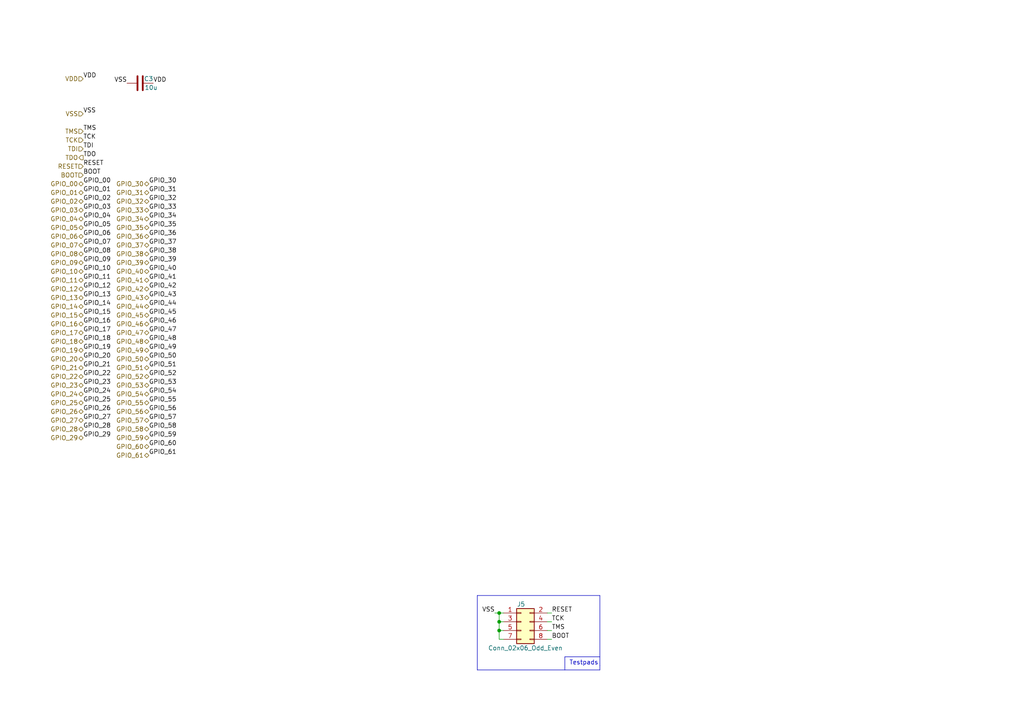
<source format=kicad_sch>
(kicad_sch (version 20230121) (generator eeschema)
  (paper "A4")
  (lib_symbols
    (symbol "Connector_Generic:Conn_02x04_Odd_Even" (pin_names (offset 1.016) hide)
      (property "Reference" "J" (at 1.27 5.08 0))
      (property "Value" "Conn_02x04_Odd_Even" (at 1.27 -7.62 0))
      (symbol "Conn_02x04_Odd_Even_1_1"
        (rectangle (start -1.27 -4.953) (end 0 -5.207) (stroke (width 0.1524)))
        (rectangle (start -1.27 -2.413) (end 0 -2.667) (stroke (width 0.1524)))
        (rectangle (start -1.27 0.127) (end 0 -0.127) (stroke (width 0.1524)))
        (rectangle (start -1.27 2.667) (end 0 2.413) (stroke (width 0.1524)))
        (rectangle (start -1.27 3.81) (end 3.81 -6.35) (stroke (width 0.254)) (fill (type background)))
        (rectangle (start 3.81 -4.953) (end 2.54 -5.207) (stroke (width 0.1524)))
        (rectangle (start 3.81 -2.413) (end 2.54 -2.667) (stroke (width 0.1524)))
        (rectangle (start 3.81 0.127) (end 2.54 -0.127) (stroke (width 0.1524)))
        (rectangle (start 3.81 2.667) (end 2.54 2.413) (stroke (width 0.1524)))
        (pin passive line (at -5.08 2.54 0) (length 3.81) (name "Pin_1") (number "1"))
        (pin passive line (at 7.62 2.54 180) (length 3.81) (name "Pin_2") (number "2"))
        (pin passive line (at -5.08 0 0) (length 3.81) (name "Pin_3") (number "3"))
        (pin passive line (at 7.62 0 180) (length 3.81) (name "Pin_4") (number "4"))
        (pin passive line (at -5.08 -2.54 0) (length 3.81) (name "Pin_5") (number "5"))
        (pin passive line (at 7.62 -2.54 180) (length 3.81) (name "Pin_6") (number "6"))
        (pin passive line (at -5.08 -5.08 0) (length 3.81) (name "Pin_7") (number "7"))
        (pin passive line (at 7.62 -5.08 180) (length 3.81) (name "Pin_8") (number "8"))
      )
    )
    (symbol "Device:C" (pin_numbers hide) (pin_names (offset 0.254))
      (property "Reference" "C" (at 0.635 2.54 0))
      (property "Value" "C" (at 0.635 -2.54 0))
      (symbol "C_0_1"
        (polyline (pts (xy -2.032 -0.762) (xy 2.032 -0.762)) (stroke (width 0.508)))
        (polyline (pts (xy -2.032 0.762) (xy 2.032 0.762)) (stroke (width 0.508)))
      )
      (symbol "C_1_1"
        (pin passive line (at 0 3.81 270) (length 2.794) (name "~") (number "1"))
        (pin passive line (at 0 -3.81 90) (length 2.794) (name "~") (number "2"))
      )
    )
  )
  (junction (at 144.78 177.8))
  (junction (at 144.78 180.34))
  (junction (at 144.78 182.88))
  (wire (pts (xy 144.78 177.8) (xy 144.78 180.34)))
  (wire (pts (xy 158.75 182.88) (xy 160.02 182.88)))
  (polyline (pts (xy 138.43 194.31) (xy 173.99 194.31)))
  (wire (pts (xy 144.78 177.8) (xy 146.05 177.8)))
  (wire (pts (xy 144.78 182.88) (xy 144.78 185.42)))
  (wire (pts (xy 158.75 180.34) (xy 160.02 180.34)))
  (wire (pts (xy 144.78 180.34) (xy 144.78 182.88)))
  (wire (pts (xy 158.75 177.8) (xy 160.02 177.8)))
  (polyline (pts (xy 173.99 193.04) (xy 173.99 172.72)))
  (polyline (pts (xy 173.99 193.04) (xy 173.99 194.31)))
  (wire (pts (xy 143.51 177.8) (xy 144.78 177.8)))
  (wire (pts (xy 144.78 182.88) (xy 146.05 182.88)))
  (wire (pts (xy 158.75 185.42) (xy 160.02 185.42)))
  (polyline (pts (xy 138.43 172.72) (xy 138.43 194.31)))
  (polyline (pts (xy 173.99 172.72) (xy 138.43 172.72)))
  (polyline (pts (xy 163.83 190.5) (xy 163.83 194.31)))
  (polyline (pts (xy 173.99 190.5) (xy 163.83 190.5)))
  (wire (pts (xy 144.78 180.34) (xy 146.05 180.34)))
  (wire (pts (xy 144.78 185.42) (xy 146.05 185.42)))
  (text "Testpads" (at 165.1 193.04 0) (effects (font (size 1.27 1.27)) (justify left bottom)))
  (label "GPIO_18" (at 24.13 99.06 0))
  (label "GPIO_44" (at 43.18 88.9 0))
  (label "GPIO_19" (at 24.13 101.6 0))
  (label "GPIO_49" (at 43.18 101.6 0))
  (label "VSS" (at 24.13 33.02 0))
  (label "GPIO_13" (at 24.13 86.36 0))
  (label "GPIO_35" (at 43.18 66.04 0))
  (label "VSS" (at 36.83 24.13 180))
  (label "RESET" (at 160.02 177.8 0))
  (label "BOOT" (at 160.02 185.42 0))
  (label "GPIO_48" (at 43.18 99.06 0))
  (label "GPIO_11" (at 24.13 81.28 0))
  (label "VSS" (at 143.51 177.8 180))
  (label "GPIO_56" (at 43.18 119.38 0))
  (label "GPIO_61" (at 43.18 132.08 0))
  (label "TCK" (at 24.13 40.64 0))
  (label "GPIO_42" (at 43.18 83.82 0))
  (label "GPIO_50" (at 43.18 104.14 0))
  (label "GPIO_37" (at 43.18 71.12 0))
  (label "GPIO_32" (at 43.18 58.42 0))
  (label "GPIO_25" (at 24.13 116.84 0))
  (label "GPIO_08" (at 24.13 73.66 0))
  (label "GPIO_34" (at 43.18 63.5 0))
  (label "GPIO_10" (at 24.13 78.74 0))
  (label "VDD" (at 44.45 24.13 0))
  (label "GPIO_30" (at 43.18 53.34 0))
  (label "GPIO_22" (at 24.13 109.22 0))
  (label "GPIO_57" (at 43.18 121.92 0))
  (label "GPIO_23" (at 24.13 111.76 0))
  (label "GPIO_43" (at 43.18 86.36 0))
  (label "TDO" (at 24.13 45.72 0))
  (label "GPIO_36" (at 43.18 68.58 0))
  (label "GPIO_46" (at 43.18 93.98 0))
  (label "GPIO_33" (at 43.18 60.96 0))
  (label "GPIO_01" (at 24.13 55.88 0))
  (label "GPIO_04" (at 24.13 63.5 0))
  (label "GPIO_20" (at 24.13 104.14 0))
  (label "GPIO_00" (at 24.13 53.34 0))
  (label "GPIO_21" (at 24.13 106.68 0))
  (label "GPIO_17" (at 24.13 96.52 0))
  (label "GPIO_12" (at 24.13 83.82 0))
  (label "GPIO_31" (at 43.18 55.88 0))
  (label "TDI" (at 24.13 43.18 0))
  (label "GPIO_07" (at 24.13 71.12 0))
  (label "GPIO_55" (at 43.18 116.84 0))
  (label "GPIO_58" (at 43.18 124.46 0))
  (label "TMS" (at 160.02 182.88 0))
  (label "GPIO_45" (at 43.18 91.44 0))
  (label "GPIO_27" (at 24.13 121.92 0))
  (label "GPIO_41" (at 43.18 81.28 0))
  (label "GPIO_47" (at 43.18 96.52 0))
  (label "GPIO_40" (at 43.18 78.74 0))
  (label "GPIO_09" (at 24.13 76.2 0))
  (label "GPIO_38" (at 43.18 73.66 0))
  (label "GPIO_24" (at 24.13 114.3 0))
  (label "GPIO_14" (at 24.13 88.9 0))
  (label "GPIO_28" (at 24.13 124.46 0))
  (label "GPIO_06" (at 24.13 68.58 0))
  (label "GPIO_26" (at 24.13 119.38 0))
  (label "GPIO_51" (at 43.18 106.68 0))
  (label "GPIO_39" (at 43.18 76.2 0))
  (label "GPIO_15" (at 24.13 91.44 0))
  (label "GPIO_05" (at 24.13 66.04 0))
  (label "BOOT" (at 24.13 50.8 0))
  (label "GPIO_29" (at 24.13 127 0))
  (label "TCK" (at 160.02 180.34 0))
  (label "GPIO_16" (at 24.13 93.98 0))
  (label "GPIO_53" (at 43.18 111.76 0))
  (label "GPIO_52" (at 43.18 109.22 0))
  (label "RESET" (at 24.13 48.26 0))
  (label "GPIO_60" (at 43.18 129.54 0))
  (label "GPIO_02" (at 24.13 58.42 0))
  (label "TMS" (at 24.13 38.1 0))
  (label "GPIO_54" (at 43.18 114.3 0))
  (label "VDD" (at 24.13 22.86 0))
  (label "GPIO_03" (at 24.13 60.96 0))
  (label "GPIO_59" (at 43.18 127 0))
  (hierarchical_label "GPIO_30" (shape bidirectional) (at 43.18 53.34 180))
  (hierarchical_label "GPIO_12" (shape bidirectional) (at 24.13 83.82 180))
  (hierarchical_label "GPIO_15" (shape bidirectional) (at 24.13 91.44 180))
  (hierarchical_label "GPIO_39" (shape bidirectional) (at 43.18 76.2 180))
  (hierarchical_label "GPIO_21" (shape bidirectional) (at 24.13 106.68 180))
  (hierarchical_label "GPIO_40" (shape bidirectional) (at 43.18 78.74 180))
  (hierarchical_label "VSS" (shape input) (at 24.13 33.02 180))
  (hierarchical_label "GPIO_02" (shape bidirectional) (at 24.13 58.42 180))
  (hierarchical_label "TDI" (shape input) (at 24.13 43.18 180))
  (hierarchical_label "GPIO_35" (shape bidirectional) (at 43.18 66.04 180))
  (hierarchical_label "GPIO_03" (shape bidirectional) (at 24.13 60.96 180))
  (hierarchical_label "GPIO_20" (shape bidirectional) (at 24.13 104.14 180))
  (hierarchical_label "GPIO_17" (shape bidirectional) (at 24.13 96.52 180))
  (hierarchical_label "GPIO_32" (shape bidirectional) (at 43.18 58.42 180))
  (hierarchical_label "GPIO_60" (shape bidirectional) (at 43.18 129.54 180))
  (hierarchical_label "GPIO_05" (shape bidirectional) (at 24.13 66.04 180))
  (hierarchical_label "GPIO_48" (shape bidirectional) (at 43.18 99.06 180))
  (hierarchical_label "GPIO_11" (shape bidirectional) (at 24.13 81.28 180))
  (hierarchical_label "GPIO_06" (shape bidirectional) (at 24.13 68.58 180))
  (hierarchical_label "GPIO_23" (shape bidirectional) (at 24.13 111.76 180))
  (hierarchical_label "GPIO_34" (shape bidirectional) (at 43.18 63.5 180))
  (hierarchical_label "GPIO_27" (shape bidirectional) (at 24.13 121.92 180))
  (hierarchical_label "BOOT" (shape input) (at 24.13 50.8 180))
  (hierarchical_label "GPIO_22" (shape bidirectional) (at 24.13 109.22 180))
  (hierarchical_label "TCK" (shape input) (at 24.13 40.64 180))
  (hierarchical_label "GPIO_38" (shape bidirectional) (at 43.18 73.66 180))
  (hierarchical_label "GPIO_13" (shape bidirectional) (at 24.13 86.36 180))
  (hierarchical_label "GPIO_42" (shape bidirectional) (at 43.18 83.82 180))
  (hierarchical_label "GPIO_24" (shape bidirectional) (at 24.13 114.3 180))
  (hierarchical_label "GPIO_61" (shape bidirectional) (at 43.18 132.08 180))
  (hierarchical_label "TMS" (shape input) (at 24.13 38.1 180))
  (hierarchical_label "GPIO_43" (shape bidirectional) (at 43.18 86.36 180))
  (hierarchical_label "GPIO_10" (shape bidirectional) (at 24.13 78.74 180))
  (hierarchical_label "GPIO_00" (shape bidirectional) (at 24.13 53.34 180))
  (hierarchical_label "GPIO_37" (shape bidirectional) (at 43.18 71.12 180))
  (hierarchical_label "GPIO_55" (shape bidirectional) (at 43.18 116.84 180))
  (hierarchical_label "GPIO_41" (shape bidirectional) (at 43.18 81.28 180))
  (hierarchical_label "GPIO_25" (shape bidirectional) (at 24.13 116.84 180))
  (hierarchical_label "GPIO_04" (shape bidirectional) (at 24.13 63.5 180))
  (hierarchical_label "GPIO_47" (shape bidirectional) (at 43.18 96.52 180))
  (hierarchical_label "GPIO_45" (shape bidirectional) (at 43.18 91.44 180))
  (hierarchical_label "GPIO_46" (shape bidirectional) (at 43.18 93.98 180))
  (hierarchical_label "GPIO_19" (shape bidirectional) (at 24.13 101.6 180))
  (hierarchical_label "GPIO_36" (shape bidirectional) (at 43.18 68.58 180))
  (hierarchical_label "GPIO_14" (shape bidirectional) (at 24.13 88.9 180))
  (hierarchical_label "GPIO_07" (shape bidirectional) (at 24.13 71.12 180))
  (hierarchical_label "GPIO_51" (shape bidirectional) (at 43.18 106.68 180))
  (hierarchical_label "GPIO_52" (shape bidirectional) (at 43.18 109.22 180))
  (hierarchical_label "GPIO_49" (shape bidirectional) (at 43.18 101.6 180))
  (hierarchical_label "VDD" (shape input) (at 24.13 22.86 180))
  (hierarchical_label "GPIO_26" (shape bidirectional) (at 24.13 119.38 180))
  (hierarchical_label "RESET" (shape input) (at 24.13 48.26 180))
  (hierarchical_label "GPIO_44" (shape bidirectional) (at 43.18 88.9 180))
  (hierarchical_label "GPIO_01" (shape bidirectional) (at 24.13 55.88 180))
  (hierarchical_label "GPIO_28" (shape bidirectional) (at 24.13 124.46 180))
  (hierarchical_label "GPIO_53" (shape bidirectional) (at 43.18 111.76 180))
  (hierarchical_label "GPIO_33" (shape bidirectional) (at 43.18 60.96 180))
  (hierarchical_label "GPIO_16" (shape bidirectional) (at 24.13 93.98 180))
  (hierarchical_label "GPIO_50" (shape bidirectional) (at 43.18 104.14 180))
  (hierarchical_label "GPIO_56" (shape bidirectional) (at 43.18 119.38 180))
  (hierarchical_label "GPIO_58" (shape bidirectional) (at 43.18 124.46 180))
  (hierarchical_label "GPIO_18" (shape bidirectional) (at 24.13 99.06 180))
  (hierarchical_label "GPIO_59" (shape bidirectional) (at 43.18 127 180))
  (hierarchical_label "GPIO_31" (shape bidirectional) (at 43.18 55.88 180))
  (hierarchical_label "GPIO_54" (shape bidirectional) (at 43.18 114.3 180))
  (hierarchical_label "GPIO_29" (shape bidirectional) (at 24.13 127 180))
  (hierarchical_label "TDO" (shape output) (at 24.13 45.72 180))
  (hierarchical_label "GPIO_09" (shape bidirectional) (at 24.13 76.2 180))
  (hierarchical_label "GPIO_08" (shape bidirectional) (at 24.13 73.66 180))
  (hierarchical_label "GPIO_57" (shape bidirectional) (at 43.18 121.92 180))
  (symbol (lib_id "Device:C") (at 40.64 24.13 90) (unit 1)
    (property "Reference" "C3" (at 44.45 22.86 90) (effects (justify left)))
    (property "Value" "10u" (at 45.72 25.4 90) (effects (justify left)))
    (property "Footprint" "SquantorCapacitor:C_0603" (effects hide))
  )
  (symbol (lib_id "Connector_Generic:Conn_02x04_Odd_Even") (at 151.13 180.34 0) (unit 1)
    (property "Reference" "J5" (at 151.13 175.26 0))
    (property "Value" "Conn_02x06_Odd_Even" (at 152.4 187.96 0))
    (property "Footprint" "SquantorConnectors:Header-0127-2X04-H006" (effects hide))
  )
)
</source>
